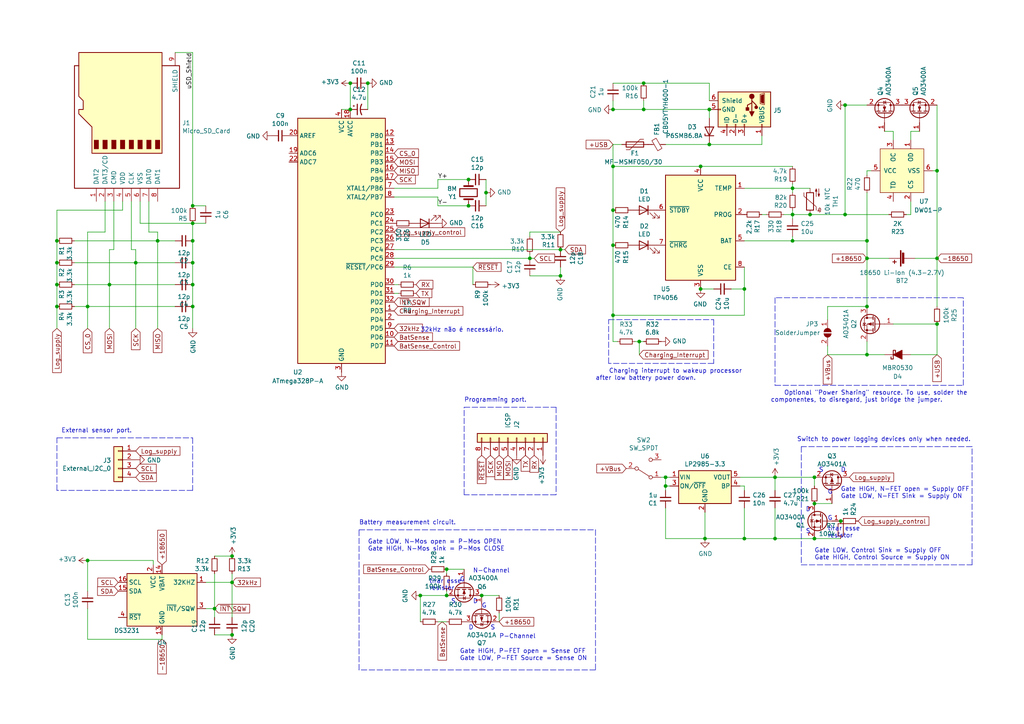
<source format=kicad_sch>
(kicad_sch (version 20211123) (generator eeschema)
  (paper "A4")
  (junction (at 204.47 156.21))
  (junction (at 186.69 24.13))
  (junction (at 251.46 74.93))
  (junction (at 140.97 55.88))
  (junction (at 55.88 59.69))
  (junction (at 25.4 162.56))
  (junction (at 162.56 80.01))
  (junction (at 203.2 48.26))
  (junction (at 177.8 91.44))
  (junction (at 177.8 48.26))
  (junction (at 129.54 165.1))
  (junction (at 162.56 72.39))
  (junction (at 55.88 76.2))
  (junction (at 62.23 176.53))
  (junction (at 245.11 30.48))
  (junction (at 185.42 99.06))
  (junction (at 129.54 172.72))
  (junction (at 205.74 41.91))
  (junction (at 16.51 76.2))
  (junction (at 55.88 69.85))
  (junction (at 251.46 88.9))
  (junction (at 16.51 69.85))
  (junction (at 177.8 71.12))
  (junction (at 251.46 69.85))
  (junction (at 101.6 31.75))
  (junction (at 271.78 93.98))
  (junction (at 106.68 24.13))
  (junction (at 224.79 156.21))
  (junction (at 251.46 102.87))
  (junction (at 229.87 69.85))
  (junction (at 135.89 52.07))
  (junction (at 229.87 62.23))
  (junction (at 177.8 31.75))
  (junction (at 236.22 146.05))
  (junction (at 135.89 59.69))
  (junction (at 67.31 184.15))
  (junction (at 25.4 88.9))
  (junction (at 234.95 62.23))
  (junction (at 215.9 83.82))
  (junction (at 186.69 31.75))
  (junction (at 224.79 138.43))
  (junction (at 203.2 83.82))
  (junction (at 121.92 172.72))
  (junction (at 55.88 88.9))
  (junction (at 67.31 161.29))
  (junction (at 193.04 138.43))
  (junction (at 153.67 74.93))
  (junction (at 39.37 76.2))
  (junction (at 236.22 138.43))
  (junction (at 215.9 156.21))
  (junction (at 55.88 82.55))
  (junction (at 45.72 69.85))
  (junction (at 245.11 62.23))
  (junction (at 193.04 140.97))
  (junction (at 31.75 82.55))
  (junction (at 55.88 64.77))
  (junction (at 243.84 151.13))
  (junction (at 205.74 31.75))
  (junction (at 139.7 172.72))
  (junction (at 236.22 156.21))
  (junction (at 101.6 24.13))
  (junction (at 271.78 49.53))
  (junction (at 229.87 54.61))
  (junction (at 16.51 88.9))
  (junction (at 271.78 74.93))
  (junction (at 16.51 82.55))
  (junction (at 67.31 168.91))
  (junction (at 177.8 60.96))
  (wire (pts (xy 62.23 161.29) (xy 67.31 161.29)))
  (wire (pts (xy 16.51 69.85) (xy 16.51 76.2)))
  (wire (pts (xy 134.62 165.1) (xy 129.54 165.1)))
  (wire (pts (xy 106.68 31.75) (xy 106.68 24.13)))
  (wire (pts (xy 193.04 138.43) (xy 193.04 140.97)))
  (wire (pts (xy 21.59 82.55) (xy 31.75 82.55)))
  (wire (pts (xy 127 54.61) (xy 114.3 54.61)))
  (wire (pts (xy 59.69 64.77) (xy 55.88 64.77)))
  (wire (pts (xy 257.81 74.93) (xy 251.46 74.93)))
  (wire (pts (xy 114.3 82.55) (xy 115.57 82.55)))
  (polyline (pts (xy 161.29 143.51) (xy 134.62 143.51)))
  (wire (pts (xy 16.51 60.96) (xy 35.56 60.96)))
  (wire (pts (xy 251.46 50.8) (xy 251.46 49.53)))
  (wire (pts (xy 212.09 83.82) (xy 215.9 83.82)))
  (wire (pts (xy 25.4 162.56) (xy 44.45 162.56)))
  (wire (pts (xy 40.64 58.42) (xy 40.64 64.77)))
  (polyline (pts (xy 16.51 127) (xy 55.88 127)))
  (wire (pts (xy 55.88 64.77) (xy 40.64 64.77)))
  (wire (pts (xy 222.25 62.23) (xy 220.98 62.23)))
  (wire (pts (xy 259.08 38.1) (xy 256.54 38.1)))
  (wire (pts (xy 16.51 88.9) (xy 16.51 82.55)))
  (wire (pts (xy 271.78 102.87) (xy 271.78 93.98)))
  (wire (pts (xy 236.22 138.43) (xy 224.79 138.43)))
  (wire (pts (xy 240.03 88.9) (xy 240.03 92.71)))
  (wire (pts (xy 245.11 30.48) (xy 245.11 62.23)))
  (wire (pts (xy 16.51 60.96) (xy 16.51 69.85)))
  (wire (pts (xy 224.79 147.32) (xy 224.79 156.21)))
  (wire (pts (xy 46.99 185.42) (xy 25.4 185.42)))
  (polyline (pts (xy 281.94 163.83) (xy 281.94 129.54)))
  (wire (pts (xy 177.8 41.91) (xy 177.8 48.26)))
  (wire (pts (xy 251.46 74.93) (xy 251.46 88.9)))
  (wire (pts (xy 194.31 138.43) (xy 193.04 138.43)))
  (wire (pts (xy 251.46 55.88) (xy 251.46 69.85)))
  (wire (pts (xy 229.87 68.58) (xy 229.87 69.85)))
  (wire (pts (xy 144.78 172.72) (xy 139.7 172.72)))
  (wire (pts (xy 45.72 69.85) (xy 45.72 67.31)))
  (wire (pts (xy 67.31 166.37) (xy 67.31 168.91)))
  (wire (pts (xy 251.46 102.87) (xy 251.46 99.06)))
  (wire (pts (xy 62.23 179.07) (xy 62.23 176.53)))
  (wire (pts (xy 240.03 102.87) (xy 251.46 102.87)))
  (wire (pts (xy 234.95 54.61) (xy 229.87 54.61)))
  (wire (pts (xy 229.87 69.85) (xy 251.46 69.85)))
  (wire (pts (xy 229.87 54.61) (xy 229.87 55.88)))
  (wire (pts (xy 31.75 82.55) (xy 31.75 72.39)))
  (wire (pts (xy 38.1 58.42) (xy 38.1 72.39)))
  (wire (pts (xy 264.16 40.64) (xy 264.16 38.1)))
  (wire (pts (xy 205.74 34.29) (xy 205.74 31.75)))
  (wire (pts (xy 55.88 88.9) (xy 55.88 95.25)))
  (wire (pts (xy 135.89 52.07) (xy 127 52.07)))
  (wire (pts (xy 229.87 62.23) (xy 234.95 62.23)))
  (wire (pts (xy 214.63 138.43) (xy 224.79 138.43)))
  (wire (pts (xy 39.37 72.39) (xy 39.37 76.2)))
  (wire (pts (xy 193.04 140.97) (xy 194.31 140.97)))
  (wire (pts (xy 67.31 168.91) (xy 59.69 168.91)))
  (wire (pts (xy 265.43 74.93) (xy 271.78 74.93)))
  (wire (pts (xy 154.94 74.93) (xy 153.67 74.93)))
  (wire (pts (xy 43.18 67.31) (xy 45.72 67.31)))
  (wire (pts (xy 205.74 41.91) (xy 220.98 41.91)))
  (polyline (pts (xy 55.88 127) (xy 55.88 142.24)))
  (polyline (pts (xy 232.41 163.83) (xy 281.94 163.83)))
  (wire (pts (xy 67.31 168.91) (xy 67.31 179.07)))
  (wire (pts (xy 193.04 147.32) (xy 193.04 156.21)))
  (wire (pts (xy 236.22 146.05) (xy 241.3 146.05)))
  (wire (pts (xy 240.03 100.33) (xy 240.03 102.87)))
  (wire (pts (xy 264.16 38.1) (xy 266.7 38.1)))
  (wire (pts (xy 127 59.69) (xy 135.89 59.69)))
  (polyline (pts (xy 55.88 142.24) (xy 16.51 142.24)))
  (wire (pts (xy 31.75 95.25) (xy 31.75 82.55)))
  (polyline (pts (xy 104.14 194.31) (xy 104.14 153.67)))
  (polyline (pts (xy 232.41 129.54) (xy 232.41 163.83)))
  (wire (pts (xy 215.9 147.32) (xy 215.9 156.21)))
  (wire (pts (xy 62.23 184.15) (xy 67.31 184.15)))
  (wire (pts (xy 185.42 99.06) (xy 186.69 99.06)))
  (wire (pts (xy 177.8 91.44) (xy 215.9 91.44)))
  (wire (pts (xy 262.89 62.23) (xy 264.16 62.23)))
  (wire (pts (xy 140.97 52.07) (xy 140.97 55.88)))
  (wire (pts (xy 114.3 85.09) (xy 115.57 85.09)))
  (wire (pts (xy 25.4 176.53) (xy 25.4 185.42)))
  (wire (pts (xy 153.67 67.31) (xy 162.56 67.31)))
  (polyline (pts (xy 104.14 153.67) (xy 172.72 153.67)))
  (wire (pts (xy 215.9 140.97) (xy 215.9 142.24)))
  (wire (pts (xy 186.69 31.75) (xy 177.8 31.75)))
  (wire (pts (xy 271.78 74.93) (xy 271.78 88.9)))
  (wire (pts (xy 177.8 48.26) (xy 203.2 48.26)))
  (wire (pts (xy 129.54 180.34) (xy 127 180.34)))
  (wire (pts (xy 224.79 138.43) (xy 224.79 142.24)))
  (polyline (pts (xy 224.79 86.36) (xy 224.79 111.76)))
  (wire (pts (xy 55.88 82.55) (xy 55.88 88.9)))
  (wire (pts (xy 163.83 72.39) (xy 162.56 72.39)))
  (wire (pts (xy 121.92 172.72) (xy 129.54 172.72)))
  (wire (pts (xy 229.87 62.23) (xy 227.33 62.23)))
  (wire (pts (xy 193.04 138.43) (xy 191.77 138.43)))
  (wire (pts (xy 39.37 95.25) (xy 39.37 76.2)))
  (wire (pts (xy 137.16 82.55) (xy 137.16 77.47)))
  (wire (pts (xy 25.4 88.9) (xy 25.4 95.25)))
  (wire (pts (xy 215.9 54.61) (xy 229.87 54.61)))
  (wire (pts (xy 186.69 24.13) (xy 205.74 24.13)))
  (wire (pts (xy 127 52.07) (xy 127 54.61)))
  (wire (pts (xy 215.9 69.85) (xy 229.87 69.85)))
  (wire (pts (xy 153.67 68.58) (xy 153.67 67.31)))
  (wire (pts (xy 59.69 59.69) (xy 55.88 59.69)))
  (wire (pts (xy 215.9 83.82) (xy 215.9 91.44)))
  (polyline (pts (xy 134.62 118.11) (xy 161.29 118.11)))
  (wire (pts (xy 177.8 48.26) (xy 177.8 60.96)))
  (wire (pts (xy 62.23 176.53) (xy 59.69 176.53)))
  (wire (pts (xy 46.99 184.15) (xy 46.99 185.42)))
  (wire (pts (xy 30.48 58.42) (xy 30.48 67.31)))
  (wire (pts (xy 127 57.15) (xy 127 59.69)))
  (wire (pts (xy 16.51 88.9) (xy 16.51 95.25)))
  (wire (pts (xy 45.72 69.85) (xy 50.8 69.85)))
  (wire (pts (xy 224.79 156.21) (xy 236.22 156.21)))
  (wire (pts (xy 193.04 140.97) (xy 193.04 142.24)))
  (wire (pts (xy 55.88 76.2) (xy 55.88 82.55)))
  (wire (pts (xy 177.8 29.21) (xy 177.8 31.75)))
  (wire (pts (xy 177.8 99.06) (xy 177.8 91.44)))
  (polyline (pts (xy 279.4 86.36) (xy 224.79 86.36)))
  (wire (pts (xy 137.16 77.47) (xy 114.3 77.47)))
  (wire (pts (xy 271.78 49.53) (xy 271.78 74.93)))
  (wire (pts (xy 114.3 72.39) (xy 162.56 72.39)))
  (wire (pts (xy 114.3 57.15) (xy 127 57.15)))
  (wire (pts (xy 179.07 99.06) (xy 177.8 99.06)))
  (wire (pts (xy 44.45 162.56) (xy 44.45 163.83)))
  (wire (pts (xy 55.88 76.2) (xy 55.88 69.85)))
  (wire (pts (xy 193.04 41.91) (xy 205.74 41.91)))
  (wire (pts (xy 50.8 76.2) (xy 39.37 76.2)))
  (wire (pts (xy 16.51 76.2) (xy 16.51 82.55)))
  (wire (pts (xy 205.74 24.13) (xy 205.74 29.21)))
  (wire (pts (xy 50.8 82.55) (xy 31.75 82.55)))
  (wire (pts (xy 236.22 140.97) (xy 236.22 138.43)))
  (wire (pts (xy 203.2 83.82) (xy 207.01 83.82)))
  (polyline (pts (xy 161.29 118.11) (xy 161.29 143.51)))
  (wire (pts (xy 184.15 99.06) (xy 185.42 99.06)))
  (wire (pts (xy 259.08 93.98) (xy 271.78 93.98)))
  (polyline (pts (xy 172.72 194.31) (xy 104.14 194.31)))
  (wire (pts (xy 50.8 88.9) (xy 25.4 88.9)))
  (wire (pts (xy 229.87 60.96) (xy 229.87 62.23)))
  (wire (pts (xy 129.54 172.72) (xy 129.54 171.45)))
  (wire (pts (xy 50.8 15.24) (xy 55.88 15.24)))
  (wire (pts (xy 177.8 41.91) (xy 180.34 41.91)))
  (wire (pts (xy 25.4 171.45) (xy 25.4 162.56)))
  (wire (pts (xy 21.59 76.2) (xy 39.37 76.2)))
  (wire (pts (xy 259.08 40.64) (xy 259.08 38.1)))
  (wire (pts (xy 220.98 41.91) (xy 220.98 39.37)))
  (wire (pts (xy 215.9 77.47) (xy 215.9 83.82)))
  (wire (pts (xy 186.69 29.21) (xy 186.69 31.75)))
  (wire (pts (xy 271.78 30.48) (xy 271.78 49.53)))
  (wire (pts (xy 240.03 88.9) (xy 251.46 88.9)))
  (wire (pts (xy 25.4 67.31) (xy 25.4 88.9)))
  (wire (pts (xy 229.87 53.34) (xy 229.87 54.61)))
  (wire (pts (xy 129.54 166.37) (xy 129.54 165.1)))
  (wire (pts (xy 229.87 62.23) (xy 229.87 63.5)))
  (polyline (pts (xy 176.53 92.71) (xy 207.01 92.71)))
  (wire (pts (xy 21.59 69.85) (xy 45.72 69.85)))
  (wire (pts (xy 193.04 156.21) (xy 204.47 156.21)))
  (wire (pts (xy 30.48 67.31) (xy 25.4 67.31)))
  (wire (pts (xy 162.56 77.47) (xy 162.56 80.01)))
  (wire (pts (xy 121.92 172.72) (xy 121.92 180.34)))
  (wire (pts (xy 251.46 49.53) (xy 252.73 49.53)))
  (wire (pts (xy 243.84 156.21) (xy 236.22 156.21)))
  (wire (pts (xy 251.46 69.85) (xy 251.46 74.93)))
  (wire (pts (xy 114.3 74.93) (xy 153.67 74.93)))
  (polyline (pts (xy 207.01 105.41) (xy 176.53 105.41)))
  (polyline (pts (xy 16.51 142.24) (xy 16.51 127)))
  (wire (pts (xy 101.6 31.75) (xy 99.06 31.75)))
  (wire (pts (xy 43.18 58.42) (xy 43.18 67.31)))
  (wire (pts (xy 39.37 72.39) (xy 38.1 72.39)))
  (polyline (pts (xy 176.53 105.41) (xy 176.53 92.71)))
  (polyline (pts (xy 224.79 111.76) (xy 279.4 111.76)))
  (wire (pts (xy 256.54 102.87) (xy 251.46 102.87)))
  (wire (pts (xy 55.88 15.24) (xy 55.88 59.69)))
  (wire (pts (xy 33.02 72.39) (xy 31.75 72.39)))
  (polyline (pts (xy 281.94 129.54) (xy 232.41 129.54)))
  (wire (pts (xy 271.78 49.53) (xy 270.51 49.53)))
  (wire (pts (xy 203.2 48.26) (xy 229.87 48.26)))
  (wire (pts (xy 214.63 140.97) (xy 215.9 140.97)))
  (wire (pts (xy 204.47 148.59) (xy 204.47 156.21)))
  (wire (pts (xy 177.8 60.96) (xy 177.8 71.12)))
  (polyline (pts (xy 134.62 143.51) (xy 134.62 118.11)))
  (wire (pts (xy 33.02 58.42) (xy 33.02 72.39)))
  (wire (pts (xy 144.78 177.8) (xy 144.78 180.34)))
  (wire (pts (xy 185.42 102.87) (xy 185.42 99.06)))
  (wire (pts (xy 45.72 95.25) (xy 45.72 69.85)))
  (wire (pts (xy 101.6 24.13) (xy 101.6 31.75)))
  (wire (pts (xy 21.59 88.9) (xy 25.4 88.9)))
  (wire (pts (xy 177.8 24.13) (xy 186.69 24.13)))
  (wire (pts (xy 140.97 55.88) (xy 140.97 59.69)))
  (wire (pts (xy 62.23 176.53) (xy 62.23 166.37)))
  (wire (pts (xy 257.81 62.23) (xy 245.11 62.23)))
  (polyline (pts (xy 279.4 111.76) (xy 279.4 86.36)))
  (wire (pts (xy 153.67 80.01) (xy 162.56 80.01)))
  (polyline (pts (xy 172.72 153.67) (xy 172.72 194.31)))
  (wire (pts (xy 35.56 60.96) (xy 35.56 58.42)))
  (wire (pts (xy 271.78 102.87) (xy 264.16 102.87)))
  (wire (pts (xy 264.16 62.23) (xy 264.16 58.42)))
  (wire (pts (xy 204.47 156.21) (xy 215.9 156.21)))
  (wire (pts (xy 153.67 74.93) (xy 153.67 73.66)))
  (wire (pts (xy 234.95 62.23) (xy 245.11 62.23)))
  (wire (pts (xy 55.88 64.77) (xy 55.88 69.85)))
  (polyline (pts (xy 207.01 92.71) (xy 207.01 105.41)))
  (wire (pts (xy 205.74 31.75) (xy 186.69 31.75)))
  (wire (pts (xy 177.8 91.44) (xy 177.8 71.12)))
  (wire (pts (xy 215.9 156.21) (xy 224.79 156.21)))
  (wire (pts (xy 245.11 30.48) (xy 251.46 30.48)))
  (text "N-Channel" (at 137.16 166.37 0) (effects (font (size 1.27 1.27)) (justify left bottom)))
  (text "Gate HIGH, P-FET open = Sense OFF\nGate LOW, P-FET Source = Sense ON" (at 133.35 191.77 0) (effects (font (size 1.27 1.27)) (justify left bottom)))
  (text "S" (at 142.24 182.88 0) (effects (font (size 1.27 1.27)) (justify left bottom)))
  (text "G" (at 240.03 151.13 0) (effects (font (size 1.27 1.27)) (justify left bottom)))
  (text "    Charging interrupt to wakeup processor \nafter low battery power down." (at 172.72 110.49 0) (effects (font (size 1.27 1.27)) (justify left bottom)))
  (text "Switch to power logging devices only when needed." (at 231.14 128.27 0) (effects (font (size 1.27 1.27)) (justify left bottom)))
  (text "Gate HIGH, N-FET open = Supply OFF\nGate LOW, N-FET Sink = Supply ON" (at 243.84 144.78 0) (effects (font (size 1.27 1.27)) (justify left bottom)))
  (text "Programming port." (at 134.62 116.84 0) (effects (font (size 1.27 1.27)) (justify left bottom)))
  (text "D" (at 243.84 137.16 0) (effects (font (size 1.27 1.27)) (justify left bottom)))
  (text "tirar esse\nresistor" (at 240.03 156.21 0) (effects (font (size 1.27 1.27)) (justify left bottom)))
  (text "G" (at 133.35 168.91 0) (effects (font (size 1.27 1.27)) (justify left bottom)))
  (text "D" (at 233.68 148.59 0) (effects (font (size 1.27 1.27)) (justify left bottom)))
  (text "Battery measurement circuit." (at 104.14 152.4 0) (effects (font (size 1.27 1.27)) (justify left bottom)))
  (text "S" (at 130.81 175.26 0) (effects (font (size 1.27 1.27)) (justify left bottom)))
  (text "S" (at 237.49 137.16 0) (effects (font (size 1.27 1.27)) (justify left bottom)))
  (text "G" (at 139.7 176.53 0) (effects (font (size 1.27 1.27)) (justify left bottom)))
  (text "32kHz não é necessário." (at 121.92 96.52 0) (effects (font (size 1.27 1.27)) (justify left bottom)))
  (text "P-Channel" (at 144.78 185.42 0) (effects (font (size 1.27 1.27)) (justify left bottom)))
  (text "D" (at 137.16 175.26 0) (effects (font (size 1.27 1.27)) (justify left bottom)))
  (text "G" (at 240.03 143.51 0) (effects (font (size 1.27 1.27)) (justify left bottom)))
  (text "    Optional \"Power Sharing\" resource. To use, solder the \ncomponentes, to disregard, just bridge the jumper." (at 223.52 116.84 0) (effects (font (size 1.27 1.27)) (justify left bottom)))
  (text "Gate LOW, N-Mos open = P-Mos OPEN\nGate HIGH, N-Mos sink = P-Mos CLOSE" (at 106.68 160.02 0) (effects (font (size 1.27 1.27)) (justify left bottom)))
  (text "S" (at 233.68 154.94 0) (effects (font (size 1.27 1.27)) (justify left bottom)))
  (text "Gate LOW, Control Sink = Supply OFF\nGate HIGH, Control Source = Supply ON" (at 236.22 162.56 0) (effects (font (size 1.27 1.27)) (justify left bottom)))
  (text "tirar esse\nresistor" (at 124.46 171.45 0) (effects (font (size 1.27 1.27)) (justify left bottom)))
  (text "External sensor port." (at 17.78 125.73 0) (effects (font (size 1.27 1.27)) (justify left bottom)))
  (text "D" (at 135.89 182.88 0) (effects (font (size 1.27 1.27)) (justify left bottom)))
  (label "Y-" (at 127 59.69 0))
  (label "uSD_Shield" (at 55.88 15.24 270))
  (label "Y+" (at 127 52.07 0))
  (global_label "MISO" (shape input) (at 144.78 132.08 270) (property "Intersheet References" "${INTERSHEET_REFS}" (effects hide)))
  (global_label "+VBus" (shape input) (at 181.61 135.89 180) (property "Intersheet References" "${INTERSHEET_REFS}" (effects hide)))
  (global_label "+VBus" (shape input) (at 240.03 102.87 270) (property "Intersheet References" "${INTERSHEET_REFS}" (effects hide)))
  (global_label "SCK" (shape input) (at 142.24 132.08 270) (property "Intersheet References" "${INTERSHEET_REFS}" (effects hide)))
  (global_label "+18650" (shape input) (at 144.78 180.34 0) (property "Intersheet References" "${INTERSHEET_REFS}" (effects hide)))
  (global_label "TX" (shape input) (at 120.65 85.09 0) (property "Intersheet References" "${INTERSHEET_REFS}" (effects hide)))
  (global_label "+18650" (shape input) (at 251.46 74.93 180) (property "Intersheet References" "${INTERSHEET_REFS}" (effects hide)))
  (global_label "BatSense" (shape input) (at 128.27 180.34 270) (property "Intersheet References" "${INTERSHEET_REFS}" (effects hide)))
  (global_label "Charging_Interrupt" (shape input) (at 114.3 90.17 0) (property "Intersheet References" "${INTERSHEET_REFS}" (effects hide)))
  (global_label "32kHz" (shape input) (at 114.3 95.25 0) (property "Intersheet References" "${INTERSHEET_REFS}" (effects hide)))
  (global_label "~{INT}\\SQW" (shape input) (at 62.23 176.53 0) (property "Intersheet References" "${INTERSHEET_REFS}" (effects hide)))
  (global_label "SCK" (shape input) (at 39.37 95.25 270) (property "Intersheet References" "${INTERSHEET_REFS}" (effects hide)))
  (global_label "BatSense" (shape input) (at 114.3 97.79 0) (property "Intersheet References" "${INTERSHEET_REFS}" (effects hide)))
  (global_label "Log_supply_control" (shape input) (at 248.92 151.13 0) (property "Intersheet References" "${INTERSHEET_REFS}" (effects hide)))
  (global_label "MISO" (shape input) (at 114.3 49.53 0) (property "Intersheet References" "${INTERSHEET_REFS}" (effects hide)))
  (global_label "BatSense_Control" (shape input) (at 124.46 165.1 180) (property "Intersheet References" "${INTERSHEET_REFS}" (effects hide)))
  (global_label "MOSI" (shape input) (at 147.32 132.08 270) (property "Intersheet References" "${INTERSHEET_REFS}" (effects hide)))
  (global_label "+18650" (shape input) (at 46.99 163.83 90) (property "Intersheet References" "${INTERSHEET_REFS}" (effects hide)))
  (global_label "MOSI" (shape input) (at 31.75 95.25 270) (property "Intersheet References" "${INTERSHEET_REFS}" (effects hide)))
  (global_label "~{RESET}" (shape input) (at 137.16 77.47 0) (property "Intersheet References" "${INTERSHEET_REFS}" (effects hide)))
  (global_label "SDA" (shape input) (at 34.29 171.45 180) (property "Intersheet References" "${INTERSHEET_REFS}" (effects hide)))
  (global_label "-18650" (shape input) (at 46.99 185.42 270) (property "Intersheet References" "${INTERSHEET_REFS}" (effects hide)))
  (global_label "SCL" (shape input) (at 34.29 168.91 180) (property "Intersheet References" "${INTERSHEET_REFS}" (effects hide)))
  (global_label "TX" (shape input) (at 152.4 132.08 270) (property "Intersheet References" "${INTERSHEET_REFS}" (effects hide)))
  (global_label "32kHz" (shape input) (at 67.31 168.91 0) (property "Intersheet References" "${INTERSHEET_REFS}" (effects hide)))
  (global_label "~{INT}\\SQW" (shape input) (at 114.3 87.63 0) (property "Intersheet References" "${INTERSHEET_REFS}" (effects hide)))
  (global_label "RX" (shape input) (at 120.65 82.55 0) (property "Intersheet References" "${INTERSHEET_REFS}" (effects hide)))
  (global_label "Charging_Interrupt" (shape input) (at 185.42 102.87 0) (property "Intersheet References" "${INTERSHEET_REFS}" (effects hide)))
  (global_label "SDA" (shape input) (at 163.83 72.39 0) (property "Intersheet References" "${INTERSHEET_REFS}" (effects hide)))
  (global_label "BatSense_Control" (shape input) (at 114.3 100.33 0) (property "Intersheet References" "${INTERSHEET_REFS}" (effects hide)))
  (global_label "Log_supply" (shape input) (at 16.51 95.25 270) (property "Intersheet References" "${INTERSHEET_REFS}" (effects hide)))
  (global_label "SDA" (shape input) (at 39.37 138.43 0) (property "Intersheet References" "${INTERSHEET_REFS}" (effects hide)))
  (global_label "Log_supply_control" (shape input) (at 114.3 67.31 0) (property "Intersheet References" "${INTERSHEET_REFS}" (effects hide)))
  (global_label "Log_supply" (shape input) (at 246.38 138.43 0) (property "Intersheet References" "${INTERSHEET_REFS}" (effects hide)))
  (global_label "+USB" (shape input) (at 177.8 41.91 180) (property "Intersheet References" "${INTERSHEET_REFS}" (effects hide)))
  (global_label "CS_0" (shape input) (at 25.4 95.25 270) (property "Intersheet References" "${INTERSHEET_REFS}" (effects hide)))
  (global_label "Log_supply" (shape input) (at 162.56 67.31 90) (property "Intersheet References" "${INTERSHEET_REFS}" (effects hide)))
  (global_label "RX" (shape input) (at 154.94 132.08 270) (property "Intersheet References" "${INTERSHEET_REFS}" (effects hide)))
  (global_label "SCK" (shape input) (at 114.3 52.07 0) (property "Intersheet References" "${INTERSHEET_REFS}" (effects hide)))
  (global_label "~{RESET}" (shape input) (at 139.7 132.08 270) (property "Intersheet References" "${INTERSHEET_REFS}" (effects hide)))
  (global_label "MISO" (shape input) (at 45.72 95.25 270) (property "Intersheet References" "${INTERSHEET_REFS}" (effects hide)))
  (global_label "-18650" (shape input) (at 271.78 74.93 0) (property "Intersheet References" "${INTERSHEET_REFS}" (effects hide)))
  (global_label "+USB" (shape input) (at 271.78 102.87 270) (property "Intersheet References" "${INTERSHEET_REFS}" (effects hide)))
  (global_label "CS_0" (shape input) (at 114.3 44.45 0) (property "Intersheet References" "${INTERSHEET_REFS}" (effects hide)))
  (global_label "SCL" (shape input) (at 154.94 74.93 0) (property "Intersheet References" "${INTERSHEET_REFS}" (effects hide)))
  (global_label "MOSI" (shape input) (at 114.3 46.99 0) (property "Intersheet References" "${INTERSHEET_REFS}" (effects hide)))
  (global_label "SCL" (shape input) (at 39.37 135.89 0) (property "Intersheet References" "${INTERSHEET_REFS}" (effects hide)))
  (global_label "Log_supply" (shape input) (at 39.37 130.81 0) (property "Intersheet References" "${INTERSHEET_REFS}" (effects hide)))
  (symbol (lib_id "Connector:Micro_SD_Card") (at 35.56 35.56 90) (unit 1)
    (property "Reference" "J1" (at 52.832 35.6616 90) (effects (justify right)))
    (property "Value" "Micro_SD_Card" (at 52.832 37.973 90) (effects (justify right)))
    (property "Footprint" "IgorFootprints:molex-MicroSD-5027740891" (effects hide))
    (property "Datasheet" "https://www.molex.com/molex/products/part-detail/memory_card_socket/5027740891" (effects hide))
  )
  (symbol (lib_id "power:+3.3V") (at 224.79 138.43 0) (unit 1)
    (property "Reference" "#PWR0107" (effects hide))
    (property "Value" "+3.3V" (at 225.171 135.1788 90) (effects (justify left)))
  )
  (symbol (lib_id "Timer_RTC:DS3231M") (at 46.99 173.99 0) (unit 1)
    (property "Reference" "U4" (at 46.99 186.4106 0))
    (property "Value" "DS3231" (at 36.83 182.88 0))
    (property "Footprint" "Package_SO:SOIC-16W_7.5x10.3mm_P1.27mm" (effects hide))
    (property "Datasheet" "https://www.maximintegrated.com/en/products/analog/real-time-clocks/DS3231.html" (effects hide))
  )
  (symbol (lib_id "power:+3.3V") (at 101.6 24.13 90) (unit 1)
    (property "Reference" "#PWR0105" (effects hide))
    (property "Value" "+3.3V" (at 98.3488 23.749 90) (effects (justify left)))
  )
  (symbol (lib_id "power:+3.3V") (at 25.4 162.56 90) (unit 1)
    (property "Reference" "#PWR0113" (effects hide))
    (property "Value" "+3.3V" (at 22.1488 162.179 90) (effects (justify left)))
  )
  (symbol (lib_id "Device:Thermistor_NTC") (at 234.95 58.42 180) (unit 1)
    (property "Reference" "TH1" (at 242.316 58.42 90))
    (property "Value" "10k NTC" (at 240.0046 58.42 90))
    (property "Footprint" "Resistor_SMD:R_0805_2012Metric_Pad1.15x1.40mm_HandSolder" (effects hide))
  )
  (symbol (lib_id "Device:LED") (at 186.69 60.96 0) (mirror y) (unit 1)
    (property "Reference" "D1" (at 186.8678 55.4482 0))
    (property "Value" "LED" (at 186.8678 57.7596 0))
    (property "Footprint" "LED_SMD:LED_0805_2012Metric_Pad1.15x1.40mm_HandSolder" (effects hide))
  )
  (symbol (lib_id "Device:R_Small") (at 243.84 153.67 0) (mirror x) (unit 1)
    (property "Reference" "R7" (at 242.3414 152.5016 0) (effects (justify right)))
    (property "Value" "100k" (at 242.3414 154.813 0) (effects (justify right)))
    (property "Footprint" "Resistor_SMD:R_0603_1608Metric_Pad1.05x0.95mm_HandSolder" (effects hide))
  )
  (symbol (lib_id "Device:C_Small") (at 229.87 66.04 0) (mirror y) (unit 1)
    (property "Reference" "C25" (at 232.2068 64.8716 0) (effects (justify right)))
    (property "Value" "10u" (at 232.2068 67.183 0) (effects (justify right)))
    (property "Footprint" "Capacitor_SMD:C_0603_1608Metric_Pad1.08x0.95mm_HandSolder" (effects hide))
  )
  (symbol (lib_id "Device:LED") (at 186.69 71.12 0) (mirror y) (unit 1)
    (property "Reference" "D2" (at 186.8678 65.6082 0))
    (property "Value" "LED" (at 186.8678 67.9196 0))
    (property "Footprint" "LED_SMD:LED_0805_2012Metric_Pad1.15x1.40mm_HandSolder" (effects hide))
  )
  (symbol (lib_id "MCU_Microchip_ATmega:ATmega328P-A") (at 99.06 69.85 0) (unit 1)
    (property "Reference" "U2" (at 86.36 107.95 0))
    (property "Value" "ATmega328P-A" (at 86.36 110.49 0))
    (property "Footprint" "Package_QFP:TQFP-32_7x7mm_P0.8mm" (effects hide))
    (property "Datasheet" "http://ww1.microchip.com/downloads/en/DeviceDoc/ATmega328_P%20AVR%20MCU%20with%20picoPower%20Technology%20Data%20Sheet%2040001984A.pdf" (effects hide))
  )
  (symbol (lib_id "Connector:USB_B_Mini") (at 215.9 31.75 270) (unit 1)
    (property "Reference" "J5" (at 224.282 32.0294 90) (effects (justify left)))
    (property "Value" "USB_B_Mini" (effects hide))
    (property "Footprint" "Connector_USB:USB_Micro-B_GCT_USB3076-30-A" (effects hide))
  )
  (symbol (lib_id "Device:Crystal") (at 135.89 55.88 270) (unit 1)
    (property "Reference" "Y1" (at 132.5626 57.0484 90) (effects (justify right)))
    (property "Value" "8M" (at 132.5626 54.737 90) (effects (justify right)))
    (property "Footprint" "Crystal:Crystal_SMD_Abracon_ABM3-2Pin_5.0x3.2mm" (effects hide))
  )
  (symbol (lib_id "Device:C_Small") (at 138.43 59.69 270) (mirror x) (unit 1)
    (property "Reference" "C16" (at 138.43 65.5066 90))
    (property "Value" "12p" (at 138.43 63.1952 90))
    (property "Footprint" "Capacitor_SMD:C_0603_1608Metric_Pad1.08x0.95mm_HandSolder" (effects hide))
  )
  (symbol (lib_id "Device:C_Small") (at 138.43 52.07 270) (unit 1)
    (property "Reference" "C15" (at 138.43 46.2534 90))
    (property "Value" "12p" (at 138.43 48.5648 90))
    (property "Footprint" "Capacitor_SMD:C_0603_1608Metric_Pad1.08x0.95mm_HandSolder" (effects hide))
  )
  (symbol (lib_id "power:GND") (at 99.06 107.95 0) (unit 1)
    (property "Reference" "#PWR0101" (effects hide))
    (property "Value" "GND" (at 99.187 112.3442 0))
  )
  (symbol (lib_id "Device:C_Small") (at 25.4 173.99 0) (mirror y) (unit 1)
    (property "Reference" "C13" (at 19.5834 173.99 90))
    (property "Value" "100n" (at 21.8948 173.99 90))
    (property "Footprint" "Capacitor_SMD:C_0603_1608Metric_Pad1.08x0.95mm_HandSolder" (effects hide))
  )
  (symbol (lib_id "power:GND") (at 245.11 30.48 270) (unit 1)
    (property "Reference" "#PWR0111" (effects hide))
    (property "Value" "GND" (at 240.7158 30.607 0))
  )
  (symbol (lib_id "power:GND") (at 177.8 31.75 270) (unit 1)
    (property "Reference" "#PWR0123" (effects hide))
    (property "Value" "GND" (at 174.5488 31.877 90) (effects (justify right)))
  )
  (symbol (lib_id "power:GND") (at 140.97 55.88 90) (unit 1)
    (property "Reference" "#PWR0102" (effects hide))
    (property "Value" "GND" (at 144.2212 55.753 90) (effects (justify right)))
  )
  (symbol (lib_id "Device:C_Small") (at 81.28 39.37 270) (unit 1)
    (property "Reference" "C9" (at 81.28 33.5534 90))
    (property "Value" "100n" (at 81.28 35.8648 90))
    (property "Footprint" "Capacitor_SMD:C_0603_1608Metric_Pad1.08x0.95mm_HandSolder" (effects hide))
  )
  (symbol (lib_id "power:GND") (at 78.74 39.37 270) (unit 1)
    (property "Reference" "#PWR0103" (effects hide))
    (property "Value" "GND" (at 75.4888 39.497 90) (effects (justify right)))
  )
  (symbol (lib_id "Device:R_Small") (at 118.11 82.55 90) (mirror x) (unit 1)
    (property "Reference" "R6" (at 118.11 77.5716 90))
    (property "Value" "1k" (at 118.11 79.883 90))
    (property "Footprint" "Resistor_SMD:R_0603_1608Metric_Pad1.05x0.95mm_HandSolder" (effects hide))
  )
  (symbol (lib_id "Device:R_Small") (at 118.11 85.09 270) (unit 1)
    (property "Reference" "R8" (at 118.11 90.0684 90))
    (property "Value" "1K" (at 118.11 87.757 90))
    (property "Footprint" "Resistor_SMD:R_0603_1608Metric_Pad1.05x0.95mm_HandSolder" (effects hide))
  )
  (symbol (lib_id "Device:C_Polarized_Small_US") (at 104.14 31.75 90) (mirror x) (unit 1)
    (property "Reference" "C12" (at 104.14 25.9588 90))
    (property "Value" "4.7u" (at 104.14 28.2702 90))
    (property "Footprint" "Capacitor_Tantalum_SMD:CP_EIA-3528-21_Kemet-B_Pad1.50x2.35mm_HandSolder" (effects hide))
  )
  (symbol (lib_id "Device:C_Small") (at 104.14 24.13 270) (mirror x) (unit 1)
    (property "Reference" "C11" (at 104.14 18.3134 90))
    (property "Value" "100n" (at 104.14 20.6248 90))
    (property "Footprint" "Capacitor_SMD:C_0603_1608Metric_Pad1.08x0.95mm_HandSolder" (effects hide))
  )
  (symbol (lib_id "power:GND") (at 106.68 24.13 90) (unit 1)
    (property "Reference" "#PWR0104" (effects hide))
    (property "Value" "GND" (at 109.9312 24.003 90) (effects (justify right)))
  )
  (symbol (lib_id "Device:R_Small") (at 19.05 88.9 270) (mirror x) (unit 1)
    (property "Reference" "R4" (at 17.8816 90.3986 0) (effects (justify right)))
    (property "Value" "3.3k" (at 20.193 90.3986 0) (effects (justify right)))
    (property "Footprint" "Resistor_SMD:R_0603_1608Metric_Pad1.05x0.95mm_HandSolder" (effects hide))
  )
  (symbol (lib_id "Device:R_Small") (at 19.05 82.55 270) (mirror x) (unit 1)
    (property "Reference" "R3" (at 17.8816 84.0486 0) (effects (justify right)))
    (property "Value" "3.3k" (at 20.193 84.0486 0) (effects (justify right)))
    (property "Footprint" "Resistor_SMD:R_0603_1608Metric_Pad1.05x0.95mm_HandSolder" (effects hide))
  )
  (symbol (lib_id "Device:R_Small") (at 19.05 76.2 270) (mirror x) (unit 1)
    (property "Reference" "R2" (at 17.8816 77.6986 0) (effects (justify right)))
    (property "Value" "3.3k" (at 20.193 77.6986 0) (effects (justify right)))
    (property "Footprint" "Resistor_SMD:R_0603_1608Metric_Pad1.05x0.95mm_HandSolder" (effects hide))
  )
  (symbol (lib_id "Device:R_Small") (at 19.05 69.85 270) (mirror x) (unit 1)
    (property "Reference" "R1" (at 17.8816 71.3486 0) (effects (justify right)))
    (property "Value" "3.3k" (at 20.193 71.3486 0) (effects (justify right)))
    (property "Footprint" "Resistor_SMD:R_0603_1608Metric_Pad1.05x0.95mm_HandSolder" (effects hide))
  )
  (symbol (lib_id "power:GND") (at 55.88 95.25 0) (unit 1)
    (property "Reference" "#PWR0108" (effects hide))
    (property "Value" "GND" (at 56.007 98.5012 90) (effects (justify right)))
  )
  (symbol (lib_id "Device:R_Small") (at 62.23 163.83 0) (mirror x) (unit 1)
    (property "Reference" "R12" (at 60.7314 162.6616 0) (effects (justify right)))
    (property "Value" "3.3k" (at 60.7314 164.973 0) (effects (justify right)))
    (property "Footprint" "Resistor_SMD:R_0603_1608Metric_Pad1.05x0.95mm_HandSolder" (effects hide))
  )
  (symbol (lib_id "power:+3.3V") (at 67.31 161.29 0) (unit 1)
    (property "Reference" "#PWR0109" (effects hide))
    (property "Value" "+3.3V" (at 67.691 158.0388 90) (effects (justify left)))
  )
  (symbol (lib_id "Device:R_Small") (at 236.22 143.51 0) (unit 1)
    (property "Reference" "R21" (at 234.7214 144.6784 0) (effects (justify right)))
    (property "Value" "100k" (at 234.7214 142.367 0) (effects (justify right)))
    (property "Footprint" "Resistor_SMD:R_0603_1608Metric_Pad1.05x0.95mm_HandSolder" (effects hide))
  )
  (symbol (lib_id "Device:R_Small") (at 139.7 82.55 270) (mirror x) (unit 1)
    (property "Reference" "R9" (at 138.5316 84.0486 0) (effects (justify right)))
    (property "Value" "100k" (at 140.843 84.0486 0) (effects (justify right)))
    (property "Footprint" "Resistor_SMD:R_0603_1608Metric_Pad1.05x0.95mm_HandSolder" (effects hide))
  )
  (symbol (lib_id "Device:R_Small") (at 180.34 60.96 90) (unit 1)
    (property "Reference" "R14" (at 181.5084 62.4586 0) (effects (justify right)))
    (property "Value" "470" (at 179.197 62.4586 0) (effects (justify right)))
    (property "Footprint" "Resistor_SMD:R_0603_1608Metric_Pad1.05x0.95mm_HandSolder" (effects hide))
  )
  (symbol (lib_id "Device:R_Small") (at 180.34 71.12 90) (unit 1)
    (property "Reference" "R15" (at 181.5084 72.6186 0) (effects (justify right)))
    (property "Value" "470" (at 179.197 72.6186 0) (effects (justify right)))
    (property "Footprint" "Resistor_SMD:R_0603_1608Metric_Pad1.05x0.95mm_HandSolder" (effects hide))
  )
  (symbol (lib_id "Igor:TP4056") (at 203.2 66.04 0) (mirror y) (unit 1)
    (property "Reference" "U5" (at 193.04 83.82 0))
    (property "Value" "TP4056" (at 193.04 86.36 0))
    (property "Footprint" "Package_SO:SOP-8_3.9x4.9mm_P1.27mm" (effects hide))
    (property "Datasheet" "https://pdf1.alldatasheet.com/datasheet-pdf/view/1132405/ASIC/TP4056.html" (effects hide))
  )
  (symbol (lib_id "Igor:DW01-P") (at 261.62 49.53 90) (unit 1)
    (property "Reference" "U7" (at 267.97 58.42 90))
    (property "Value" "DW01-P" (at 269.24 60.96 90))
    (property "Footprint" "Package_TO_SOT_SMD:SOT-23-6_Handsoldering" (effects hide))
    (property "Datasheet" "https://cdn.sparkfun.com/assets/learn_tutorials/2/5/1/DW01-P_DataSheet_V10.pdf" (effects hide))
  )
  (symbol (lib_id "Regulator_Linear:LP2985-3.3") (at 204.47 140.97 0) (unit 1)
    (property "Reference" "U6" (at 204.47 132.2832 0))
    (property "Value" "LP2985-3.3" (at 204.47 134.5946 0))
    (property "Footprint" "Package_TO_SOT_SMD:SOT-23-5" (effects hide))
    (property "Datasheet" "http://www.ti.com/lit/ds/symlink/lp2985.pdf" (effects hide))
  )
  (symbol (lib_id "Device:Battery_Cell") (at 262.89 74.93 90) (mirror x) (unit 1)
    (property "Reference" "BT2" (at 261.62 81.407 90))
    (property "Value" "18650 Li-Ion (4.3-2.7V)" (at 261.62 79.0956 90))
    (property "Footprint" "IgorFootprints:18650holder" (effects hide))
  )
  (symbol (lib_id "Device:C_Small") (at 215.9 144.78 0) (mirror y) (unit 1)
    (property "Reference" "C26" (at 218.2368 143.6116 0) (effects (justify right)))
    (property "Value" "10n" (at 218.2368 145.923 0) (effects (justify right)))
    (property "Footprint" "Capacitor_SMD:C_0603_1608Metric_Pad1.08x0.95mm_HandSolder" (effects hide))
  )
  (symbol (lib_id "Device:C_Small") (at 224.79 144.78 0) (mirror y) (unit 1)
    (property "Reference" "C27" (at 227.1268 143.6116 0) (effects (justify right)))
    (property "Value" "4.7u" (at 227.1268 145.923 0) (effects (justify right)))
    (property "Footprint" "Capacitor_SMD:C_0603_1608Metric_Pad1.08x0.95mm_HandSolder" (effects hide))
  )
  (symbol (lib_id "Transistor_FET:AO3401A") (at 241.3 140.97 270) (mirror x) (unit 1)
    (property "Reference" "Q3" (at 241.3 132.2832 90))
    (property "Value" "AO3401A" (at 241.3 134.5946 90))
    (property "Footprint" "Package_TO_SOT_SMD:SOT-23" (effects hide))
    (property "Datasheet" "http://www.aosmd.com/pdfs/datasheet/AO3401A.pdf" (effects hide))
  )
  (symbol (lib_id "Transistor_FET:AO3400A") (at 266.7 33.02 90) (unit 1)
    (property "Reference" "Q5" (at 265.5316 27.813 0) (effects (justify left)))
    (property "Value" "AO3400A" (at 267.843 27.813 0) (effects (justify left)))
    (property "Footprint" "Package_TO_SOT_SMD:SOT-23" (effects hide))
    (property "Datasheet" "http://www.aosmd.com/pdfs/datasheet/AO3400A.pdf" (effects hide))
  )
  (symbol (lib_id "Device:R_Small") (at 162.56 69.85 0) (unit 1)
    (property "Reference" "R11" (at 161.0614 71.0184 0) (effects (justify right)))
    (property "Value" "3.3k" (at 161.0614 68.707 0) (effects (justify right)))
    (property "Footprint" "Resistor_SMD:R_0603_1608Metric_Pad1.05x0.95mm_HandSolder" (effects hide))
  )
  (symbol (lib_id "Transistor_FET:AO3400A") (at 256.54 33.02 270) (mirror x) (unit 1)
    (property "Reference" "Q4" (at 255.3716 27.813 0) (effects (justify left)))
    (property "Value" "AO3400A" (at 257.683 27.813 0) (effects (justify left)))
    (property "Footprint" "Package_TO_SOT_SMD:SOT-23" (effects hide))
    (property "Datasheet" "http://www.aosmd.com/pdfs/datasheet/AO3400A.pdf" (effects hide))
  )
  (symbol (lib_id "Device:C_Small") (at 162.56 74.93 0) (unit 1)
    (property "Reference" "C18" (at 168.3766 74.93 90))
    (property "Value" "12p" (at 166.0652 74.93 90))
    (property "Footprint" "Capacitor_SMD:C_0603_1608Metric_Pad1.08x0.95mm_HandSolder" (effects hide))
  )
  (symbol (lib_id "Device:R_Small") (at 260.35 62.23 90) (mirror x) (unit 1)
    (property "Reference" "R23" (at 260.35 67.2084 90))
    (property "Value" "2K" (at 260.35 64.897 90))
    (property "Footprint" "Resistor_SMD:R_0603_1608Metric_Pad1.05x0.95mm_HandSolder" (effects hide))
  )
  (symbol (lib_id "power:GND") (at 162.56 80.01 0) (mirror y) (unit 1)
    (property "Reference" "#PWR0118" (effects hide))
    (property "Value" "GND" (at 162.433 83.2612 90) (effects (justify right)))
  )
  (symbol (lib_id "Device:R_Small") (at 251.46 53.34 0) (mirror y) (unit 1)
    (property "Reference" "R22" (at 246.4816 53.34 90))
    (property "Value" "470" (at 248.793 53.34 90))
    (property "Footprint" "Resistor_SMD:R_0603_1608Metric_Pad1.05x0.95mm_HandSolder" (effects hide))
  )
  (symbol (lib_id "Device:D_Zener") (at 205.74 38.1 90) (unit 1)
    (property "Reference" "D3" (at 199.39 36.83 90) (effects (justify right)))
    (property "Value" "P6SMB6.8A" (at 193.04 39.37 90) (effects (justify right)))
    (property "Footprint" "Diode_SMD:D_SMB" (effects hide))
    (property "Datasheet" "https://br.mouser.com/datasheet/2/240/Littelfuse_TVS_Diode_P6SMB_Datasheet.pdf-365562.pdf" (effects hide))
  )
  (symbol (lib_id "power:GND") (at 203.2 83.82 0) (mirror y) (unit 1)
    (property "Reference" "#PWR0110" (effects hide))
    (property "Value" "GND" (at 203.073 88.2142 0))
  )
  (symbol (lib_id "Device:C_Small") (at 209.55 83.82 90) (unit 1)
    (property "Reference" "C24" (at 208.3816 86.1568 0) (effects (justify right)))
    (property "Value" "10u" (at 210.693 86.1568 0) (effects (justify right)))
    (property "Footprint" "Capacitor_SMD:C_0603_1608Metric_Pad1.08x0.95mm_HandSolder" (effects hide))
  )
  (symbol (lib_id "Device:R_Small") (at 218.44 62.23 90) (unit 1)
    (property "Reference" "R17" (at 219.6084 63.7286 0) (effects (justify right)))
    (property "Value" "2,2k" (at 217.297 63.7286 0) (effects (justify right)))
    (property "Footprint" "Resistor_SMD:R_0603_1608Metric_Pad1.05x0.95mm_HandSolder" (effects hide))
  )
  (symbol (lib_id "Device:FerriteBead_Small") (at 190.5 41.91 270) (mirror x) (unit 1)
    (property "Reference" "FB1" (at 190.5 35.56 0) (effects (justify right)))
    (property "Value" "CB05YTYH600-1" (at 193.04 22.86 0) (effects (justify right)))
    (property "Footprint" "Inductor_SMD:L_0805_2012Metric_Pad1.05x1.20mm_HandSolder" (effects hide))
    (property "Datasheet" "https://datasheet.octopart.com/CB05YTYH600-Viking-Tech-datasheet-11624382.pdf" (effects hide))
  )
  (symbol (lib_id "Device:Polyfuse") (at 184.15 41.91 90) (unit 1)
    (property "Reference" "F1" (at 182.88 44.45 90) (effects (justify right)))
    (property "Value" "MF-MSMF050/30" (at 175.26 46.99 90) (effects (justify right)))
    (property "Footprint" "Resistor_SMD:R_1812_4532Metric_Pad1.30x3.40mm_HandSolder" (effects hide))
    (property "Datasheet" "https://br.mouser.com/datasheet/2/54/mfmsmf-772347.pdf" (effects hide))
  )
  (symbol (lib_id "Device:R_Small") (at 229.87 50.8 0) (unit 1)
    (property "Reference" "R19" (at 228.3714 51.9684 0) (effects (justify right)))
    (property "Value" "4.7k" (at 228.3714 49.657 0) (effects (justify right)))
    (property "Footprint" "Resistor_SMD:R_0603_1608Metric_Pad1.05x0.95mm_HandSolder" (effects hide))
  )
  (symbol (lib_id "Device:R_Small") (at 229.87 58.42 0) (unit 1)
    (property "Reference" "R20" (at 228.3714 59.5884 0) (effects (justify right)))
    (property "Value" "82k" (at 228.3714 57.277 0) (effects (justify right)))
    (property "Footprint" "Resistor_SMD:R_0603_1608Metric_Pad1.05x0.95mm_HandSolder" (effects hide))
  )
  (symbol (lib_id "Device:R_Small") (at 153.67 71.12 0) (unit 1)
    (property "Reference" "R10" (at 152.1714 72.2884 0) (effects (justify right)))
    (property "Value" "3.3k" (at 152.1714 69.977 0) (effects (justify right)))
    (property "Footprint" "Resistor_SMD:R_0603_1608Metric_Pad1.05x0.95mm_HandSolder" (effects hide))
  )
  (symbol (lib_id "Device:C_Small") (at 153.67 77.47 180) (unit 1)
    (property "Reference" "C17" (at 147.8534 77.47 90))
    (property "Value" "12p" (at 150.1648 77.47 90))
    (property "Footprint" "Capacitor_SMD:C_0603_1608Metric_Pad1.08x0.95mm_HandSolder" (effects hide))
  )
  (symbol (lib_id "Device:R_Small") (at 224.79 62.23 90) (unit 1)
    (property "Reference" "R18" (at 225.9584 63.7286 0) (effects (justify right)))
    (property "Value" "330" (at 223.647 63.7286 0) (effects (justify right)))
    (property "Footprint" "Resistor_SMD:R_0603_1608Metric_Pad1.05x0.95mm_HandSolder" (effects hide))
  )
  (symbol (lib_id "Switch:SW_SPDT") (at 186.69 135.89 0) (mirror x) (unit 1)
    (property "Reference" "SW2" (at 186.69 127.635 0))
    (property "Value" "SW_SPDT" (at 186.69 129.9464 0))
    (property "Footprint" "Button_Switch_SMD:SW_SPDT_PCM12" (effects hide))
  )
  (symbol (lib_id "power:GND") (at 204.47 156.21 0) (unit 1)
    (property "Reference" "#PWR0112" (effects hide))
    (property "Value" "GND" (at 204.597 160.6042 0))
  )
  (symbol (lib_id "Transistor_FET:AO3401A") (at 254 93.98 0) (mirror y) (unit 1)
    (property "Reference" "Q2" (at 247.6754 93.98 90))
    (property "Value" "AO3401A" (at 245.364 93.98 90))
    (property "Footprint" "Package_TO_SOT_SMD:SOT-23" (effects hide))
    (property "Datasheet" "http://www.aosmd.com/pdfs/datasheet/AO3401A.pdf" (effects hide))
  )
  (symbol (lib_id "Device:D_Schottky_Filled") (at 260.35 102.87 0) (mirror x) (unit 1)
    (property "Reference" "D4" (at 260.35 109.22 0))
    (property "Value" "MBR0530" (at 260.35 106.68 0))
    (property "Footprint" "Diode_SMD:D_SOD-123" (effects hide))
    (property "Datasheet" "https://www.onsemi.com/pdf/datasheet/mbra340t3-d.pdf" (effects hide))
  )
  (symbol (lib_id "Device:R_Small") (at 67.31 163.83 0) (mirror y) (unit 1)
    (property "Reference" "R13" (at 68.8086 164.9984 0) (effects (justify right)))
    (property "Value" "3.3k" (at 68.8086 162.687 0) (effects (justify right)))
    (property "Footprint" "Resistor_SMD:R_0603_1608Metric_Pad1.05x0.95mm_HandSolder" (effects hide))
  )
  (symbol (lib_id "Device:R_Small") (at 271.78 91.44 0) (unit 1)
    (property "Reference" "R25" (at 276.7584 91.44 90))
    (property "Value" "100k" (at 274.447 91.44 90))
    (property "Footprint" "Resistor_SMD:R_0603_1608Metric_Pad1.05x0.95mm_HandSolder" (effects hide))
  )
  (symbol (lib_id "Device:C_Small") (at 62.23 181.61 180) (unit 1)
    (property "Reference" "C19" (at 56.4134 181.61 90))
    (property "Value" "12p" (at 58.7248 181.61 90))
    (property "Footprint" "Capacitor_SMD:C_0603_1608Metric_Pad1.08x0.95mm_HandSolder" (effects hide))
  )
  (symbol (lib_id "power:GND") (at 67.31 184.15 0) (unit 1)
    (property "Reference" "#PWR0119" (effects hide))
    (property "Value" "GND" (at 67.437 187.4012 90) (effects (justify right)))
  )
  (symbol (lib_id "Device:C_Small") (at 67.31 181.61 0) (unit 1)
    (property "Reference" "C20" (at 73.1266 181.61 90))
    (property "Value" "12p" (at 70.8152 181.61 90))
    (property "Footprint" "Capacitor_SMD:C_0603_1608Metric_Pad1.08x0.95mm_HandSolder" (effects hide))
  )
  (symbol (lib_id "Device:R_Small") (at 186.69 26.67 0) (unit 1)
    (property "Reference" "R16" (at 185.1914 27.8384 0) (effects (justify right)))
    (property "Value" "100k" (at 185.1914 25.527 0) (effects (justify right)))
    (property "Footprint" "Resistor_SMD:R_0603_1608Metric_Pad1.05x0.95mm_HandSolder" (effects hide))
  )
  (symbol (lib_id "Device:C_Small") (at 177.8 26.67 0) (mirror y) (unit 1)
    (property "Reference" "C21" (at 171.9834 26.67 90))
    (property "Value" "1u" (at 174.2948 26.67 90))
    (property "Footprint" "Capacitor_SMD:C_0603_1608Metric_Pad1.08x0.95mm_HandSolder" (effects hide))
  )
  (symbol (lib_id "Jumper:SolderJumper_2_Open") (at 240.03 96.52 90) (mirror x) (unit 1)
    (property "Reference" "JP3" (at 233.68 93.98 90) (effects (justify right)))
    (property "Value" "SolderJumper" (at 224.79 96.52 90) (effects (justify right)))
    (property "Footprint" "Jumper:SolderJumper-2_P1.3mm_Open_RoundedPad1.0x1.5mm" (effects hide))
  )
  (symbol (lib_id "Device:C_Small") (at 53.34 88.9 270) (unit 1)
    (property "Reference" "C5" (at 53.34 94.7166 90))
    (property "Value" "12p" (at 53.34 92.4052 90))
    (property "Footprint" "Capacitor_SMD:C_0603_1608Metric_Pad1.08x0.95mm_HandSolder" (effects hide))
  )
  (symbol (lib_id "Device:C_Small") (at 53.34 82.55 270) (unit 1)
    (property "Reference" "C4" (at 53.34 88.3666 90))
    (property "Value" "12p" (at 53.34 86.0552 90))
    (property "Footprint" "Capacitor_SMD:C_0603_1608Metric_Pad1.08x0.95mm_HandSolder" (effects hide))
  )
  (symbol (lib_id "Device:C_Small") (at 53.34 76.2 270) (unit 1)
    (property "Reference" "C3" (at 53.34 82.0166 90))
    (property "Value" "12p" (at 53.34 79.7052 90))
    (property "Footprint" "Capacitor_SMD:C_0603_1608Metric_Pad1.08x0.95mm_HandSolder" (effects hide))
  )
  (symbol (lib_id "Device:C_Small") (at 53.34 69.85 270) (unit 1)
    (property "Reference" "C2" (at 53.34 75.6666 90))
    (property "Value" "12p" (at 53.34 73.3552 90))
    (property "Footprint" "Capacitor_SMD:C_0603_1608Metric_Pad1.08x0.95mm_HandSolder" (effects hide))
  )
  (symbol (lib_id "Device:C_Small") (at 59.69 62.23 0) (mirror x) (unit 1)
    (property "Reference" "C6" (at 65.5066 62.23 90))
    (property "Value" "1u" (at 63.1952 62.23 90))
    (property "Footprint" "Capacitor_SMD:C_0603_1608Metric_Pad1.08x0.95mm_HandSolder" (effects hide))
  )
  (symbol (lib_id "Device:R_Small") (at 55.88 62.23 0) (unit 1)
    (property "Reference" "R5" (at 54.3814 63.3984 0) (effects (justify right)))
    (property "Value" "100k" (at 54.3814 61.087 0) (effects (justify right)))
    (property "Footprint" "Resistor_SMD:R_0603_1608Metric_Pad1.05x0.95mm_HandSolder" (effects hide))
  )
  (symbol (lib_id "power:GND") (at 149.86 132.08 0) (mirror y) (unit 1)
    (property "Reference" "#PWR0121" (effects hide))
    (property "Value" "GND" (at 149.733 135.3312 90) (effects (justify right)))
  )
  (symbol (lib_id "Device:R_Small") (at 116.84 64.77 90) (unit 1)
    (property "Reference" "R26" (at 118.0084 66.2686 0) (effects (justify right)))
    (property "Value" "330" (at 115.697 66.2686 0) (effects (justify right)))
    (property "Footprint" "Resistor_SMD:R_0603_1608Metric_Pad1.05x0.95mm_HandSolder" (effects hide))
  )
  (symbol (lib_id "Device:LED") (at 123.19 64.77 180) (unit 1)
    (property "Reference" "D5" (at 123.3678 70.2818 0))
    (property "Value" "LED" (at 123.3678 67.9704 0))
    (property "Footprint" "LED_SMD:LED_0805_2012Metric_Pad1.15x1.40mm_HandSolder" (effects hide))
  )
  (symbol (lib_id "power:+3.3V") (at 157.48 132.08 180) (unit 1)
    (property "Reference" "#PWR0122" (effects hide))
    (property "Value" "+3.3V" (at 157.099 135.3312 90) (effects (justify left)))
  )
  (symbol (lib_id "power:GND") (at 127 64.77 90) (unit 1)
    (property "Reference" "#PWR0115" (effects hide))
    (property "Value" "GND" (at 130.2512 64.643 90) (effects (justify right)))
  )
  (symbol (lib_id "Connector_Generic:Conn_01x08") (at 149.86 127 270) (mirror x) (unit 1)
    (property "Reference" "J2" (at 149.86 123.19 0))
    (property "Value" "ICSP" (at 147.32 121.92 0))
    (property "Footprint" "IgorFootprints:Igor Prog" (effects hide))
  )
  (symbol (lib_id "Device:R_Small") (at 132.08 180.34 90) (mirror x) (unit 1)
    (property "Reference" "R30" (at 132.08 175.3616 90))
    (property "Value" "4.7k" (at 132.08 177.673 90))
    (property "Footprint" "Resistor_SMD:R_0603_1608Metric_Pad1.05x0.95mm_HandSolder" (effects hide))
  )
  (symbol (lib_id "Device:R_Small") (at 124.46 180.34 90) (mirror x) (unit 1)
    (property "Reference" "R27" (at 124.46 175.3616 90))
    (property "Value" "4.7k" (at 124.46 177.673 90))
    (property "Footprint" "Resistor_SMD:R_0603_1608Metric_Pad1.05x0.95mm_HandSolder" (effects hide))
  )
  (symbol (lib_id "power:GND") (at 121.92 172.72 270) (unit 1)
    (property "Reference" "#PWR0106" (effects hide))
    (property "Value" "GND" (at 117.5258 172.847 0))
  )
  (symbol (lib_id "Device:R_Small") (at 144.78 175.26 0) (mirror y) (unit 1)
    (property "Reference" "R31" (at 149.7584 175.26 90))
    (property "Value" "100k" (at 147.447 175.26 90))
    (property "Footprint" "Resistor_SMD:R_0603_1608Metric_Pad1.05x0.95mm_HandSolder" (effects hide))
  )
  (symbol (lib_id "Transistor_FET:AO3400A") (at 238.76 151.13 0) (mirror y) (unit 1)
    (property "Reference" "Q1" (at 233.553 152.2984 0) (effects (justify left)))
    (property "Value" "AO3400A" (at 233.553 149.987 0) (effects (justify left)))
    (property "Footprint" "Package_TO_SOT_SMD:SOT-23" (effects hide))
    (property "Datasheet" "http://www.aosmd.com/pdfs/datasheet/AO3400A.pdf" (effects hide))
  )
  (symbol (lib_id "Transistor_FET:AO3401A") (at 139.7 177.8 90) (mirror x) (unit 1)
    (property "Reference" "Q7" (at 139.7 186.4868 90))
    (property "Value" "AO3401A" (at 139.7 184.1754 90))
    (property "Footprint" "Package_TO_SOT_SMD:SOT-23" (effects hide))
    (property "Datasheet" "http://www.aosmd.com/pdfs/datasheet/AO3401A.pdf" (effects hide))
  )
  (symbol (lib_id "Transistor_FET:AO3400A") (at 134.62 170.18 270) (unit 1)
    (property "Reference" "Q6" (at 138.43 170.18 90) (effects (justify left)))
    (property "Value" "AO3400A" (at 135.89 167.64 90) (effects (justify left)))
    (property "Footprint" "Package_TO_SOT_SMD:SOT-23" (effects hide))
    (property "Datasheet" "http://www.aosmd.com/pdfs/datasheet/AO3400A.pdf" (effects hide))
  )
  (symbol (lib_id "Device:C_Small") (at 193.04 144.78 0) (mirror x) (unit 1)
    (property "Reference" "C1" (at 190.7032 145.9484 0) (effects (justify right)))
    (property "Value" "1u" (at 190.7032 143.637 0) (effects (justify right)))
    (property "Footprint" "Capacitor_SMD:C_0603_1608Metric_Pad1.08x0.95mm_HandSolder" (effects hide))
  )
  (symbol (lib_id "Device:R_Small") (at 246.38 151.13 90) (mirror x) (unit 1)
    (property "Reference" "R24" (at 247.5484 149.6314 0) (effects (justify right)))
    (property "Value" "1k" (at 245.237 149.6314 0) (effects (justify right)))
    (property "Footprint" "Resistor_SMD:R_0603_1608Metric_Pad1.05x0.95mm_HandSolder" (effects hide))
  )
  (symbol (lib_id "Device:R_Small") (at 127 165.1 270) (unit 1)
    (property "Reference" "R28" (at 125.8316 163.6014 0) (effects (justify right)))
    (property "Value" "1k" (at 128.143 163.6014 0) (effects (justify right)))
    (property "Footprint" "Resistor_SMD:R_0603_1608Metric_Pad1.05x0.95mm_HandSolder" (effects hide))
  )
  (symbol (lib_id "Device:R_Small") (at 129.54 168.91 0) (mirror x) (unit 1)
    (property "Reference" "R29" (at 128.0414 167.7416 0) (effects (justify right)))
    (property "Value" "100k" (at 128.0414 170.053 0) (effects (justify right)))
    (property "Footprint" "Resistor_SMD:R_0603_1608Metric_Pad1.05x0.95mm_HandSolder" (effects hide))
  )
  (symbol (lib_id "Connector_Generic:Conn_01x04") (at 34.29 133.35 0) (mirror y) (unit 1)
    (property "Reference" "J3" (at 32.258 133.5532 0) (effects (justify left)))
    (property "Value" "External_I2C_0" (at 32.258 135.8646 0) (effects (justify left)))
    (property "Footprint" "IgorFootprints:my_i2c_smd" (effects hide))
  )
  (symbol (lib_id "power:+3.3V") (at 142.24 82.55 270) (unit 1)
    (property "Reference" "#PWR0114" (effects hide))
    (property "Value" "+3.3V" (at 145.4912 82.931 90) (effects (justify left)))
  )
  (symbol (lib_id "power:GND") (at 39.37 133.35 90) (mirror x) (unit 1)
    (property "Reference" "#PWR0116" (effects hide))
    (property "Value" "GND" (at 42.6212 133.477 90) (effects (justify right)))
  )
  (symbol (lib_id "Device:R_Small") (at 181.61 99.06 90) (mirror x) (unit 1)
    (property "Reference" "R33" (at 181.61 94.0816 90))
    (property "Value" "4.7k" (at 181.61 96.393 90))
    (property "Footprint" "Resistor_SMD:R_0603_1608Metric_Pad1.05x0.95mm_HandSolder" (effects hide))
  )
  (symbol (lib_id "Device:R_Small") (at 189.23 99.06 90) (mirror x) (unit 1)
    (property "Reference" "R32" (at 189.23 94.0816 90))
    (property "Value" "6.8k" (at 189.23 96.393 90))
    (property "Footprint" "Resistor_SMD:R_0603_1608Metric_Pad1.05x0.95mm_HandSolder" (effects hide))
  )
  (symbol (lib_id "power:GND") (at 191.77 99.06 90) (unit 1)
    (property "Reference" "#PWR0117" (effects hide))
    (property "Value" "GND" (at 195.0212 98.933 90) (effects (justify right)))
  )
)
</source>
